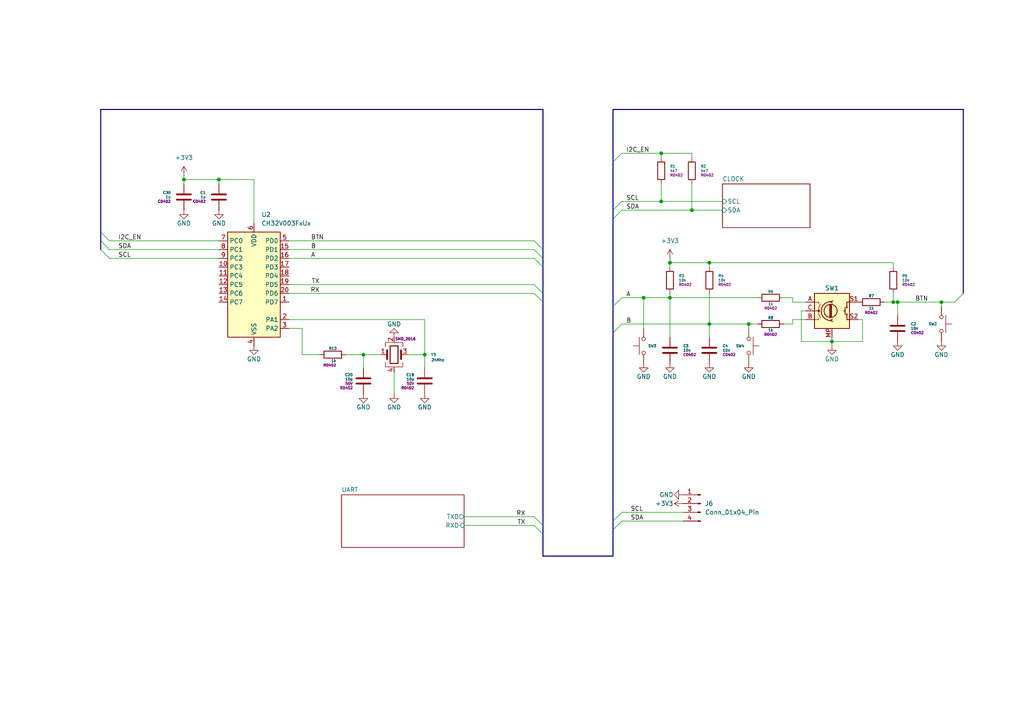
<source format=kicad_sch>
(kicad_sch (version 20250114) (generator "eeschema") (generator_version "9.0")
  (paper "A4")
  (lib_symbols
    (symbol "Connector:Conn_01x04_Pin" (pin_names (offset 1.016) (hide yes))
      (property "Reference" "J" (at 0 5.08 0))
      (property "Value" "Conn_01x04_Pin" (at 0 -7.62 0))
      (symbol "Conn_01x04_Pin_1_1"
        (rectangle (start 0.8636 2.667) (end 0 2.413) (stroke (width 0.1524)) (fill (type outline)))
        (rectangle (start 0.8636 0.127) (end 0 -0.127) (stroke (width 0.1524)) (fill (type outline)))
        (rectangle (start 0.8636 -2.413) (end 0 -2.667) (stroke (width 0.1524)) (fill (type outline)))
        (rectangle (start 0.8636 -4.953) (end 0 -5.207) (stroke (width 0.1524)) (fill (type outline)))
        (polyline (pts (xy 1.27 2.54) (xy 0.8636 2.54)) (stroke (width 0.1524)))
        (polyline (pts (xy 1.27 0) (xy 0.8636 0)) (stroke (width 0.1524)))
        (polyline (pts (xy 1.27 -2.54) (xy 0.8636 -2.54)) (stroke (width 0.1524)))
        (polyline (pts (xy 1.27 -5.08) (xy 0.8636 -5.08)) (stroke (width 0.1524)))
        (pin passive line (at 5.08 2.54 180) (length 3.81) (name "Pin_1") (number "1"))
        (pin passive line (at 5.08 0 180) (length 3.81) (name "Pin_2") (number "2"))
        (pin passive line (at 5.08 -2.54 180) (length 3.81) (name "Pin_3") (number "3"))
        (pin passive line (at 5.08 -5.08 180) (length 3.81) (name "Pin_4") (number "4"))
      )
    )
    (symbol "Device:C" (pin_numbers (hide yes)) (pin_names (offset 0.254))
      (property "Reference" "C" (at 0.635 2.54 0))
      (property "Value" "C" (at 0.635 -2.54 0))
      (symbol "C_0_1"
        (polyline (pts (xy -2.032 0.762) (xy 2.032 0.762)) (stroke (width 0.508)))
        (polyline (pts (xy -2.032 -0.762) (xy 2.032 -0.762)) (stroke (width 0.508)))
      )
      (symbol "C_1_1"
        (pin passive line (at 0 3.81 270) (length 2.794) (name "~") (number "1"))
        (pin passive line (at 0 -3.81 90) (length 2.794) (name "~") (number "2"))
      )
    )
    (symbol "Device:Crystal_GND24" (pin_names (offset 1.016) (hide yes))
      (property "Reference" "Y" (at 3.175 5.08 0))
      (property "Value" "Crystal_GND24" (at 3.175 3.175 0))
      (symbol "Crystal_GND24_0_1"
        (polyline (pts (xy -2.54 2.286) (xy -2.54 3.556) (xy 2.54 3.556) (xy 2.54 2.286)))
        (polyline (pts (xy -2.54 0) (xy -2.032 0)))
        (polyline (pts (xy -2.54 -2.286) (xy -2.54 -3.556) (xy 2.54 -3.556) (xy 2.54 -2.286)))
        (polyline (pts (xy -2.032 -1.27) (xy -2.032 1.27)) (stroke (width 0.508)))
        (rectangle (start -1.143 2.54) (end 1.143 -2.54) (stroke (width 0.3048)))
        (polyline (pts (xy 0 3.556) (xy 0 3.81)))
        (polyline (pts (xy 0 -3.81) (xy 0 -3.556)))
        (polyline (pts (xy 2.032 0) (xy 2.54 0)))
        (polyline (pts (xy 2.032 -1.27) (xy 2.032 1.27)) (stroke (width 0.508)))
      )
      (symbol "Crystal_GND24_1_1"
        (pin passive line (at -3.81 0 0) (length 1.27) (name "1") (number "1"))
        (pin passive line (at 0 5.08 270) (length 1.27) (name "2") (number "2"))
        (pin passive line (at 0 -5.08 90) (length 1.27) (name "4") (number "4"))
        (pin passive line (at 3.81 0 180) (length 1.27) (name "3") (number "3"))
      )
    )
    (symbol "Device:R" (pin_numbers (hide yes)) (pin_names (offset 0))
      (property "Reference" "R" (at 2.032 0 90))
      (property "Value" "R" (at 0 0 90))
      (symbol "R_0_1"
        (rectangle (start -1.016 -2.54) (end 1.016 2.54) (stroke (width 0.254)))
      )
      (symbol "R_1_1"
        (pin passive line (at 0 3.81 270) (length 1.27) (name "~") (number "1"))
        (pin passive line (at 0 -3.81 90) (length 1.27) (name "~") (number "2"))
      )
    )
    (symbol "Device:RotaryEncoder_Switch_MP" (pin_names (offset 0.254) (hide yes))
      (property "Reference" "SW" (at 0 8.89 0))
      (property "Value" "RotaryEncoder_Switch_MP" (at 0 6.35 0))
      (symbol "RotaryEncoder_Switch_MP_0_1"
        (rectangle (start -5.08 5.08) (end 5.08 -5.08) (stroke (width 0.254)) (fill (type background)))
        (polyline (pts (xy -5.08 2.54) (xy -3.81 2.54) (xy -3.81 2.032)))
        (polyline (pts (xy -5.08 0) (xy -3.81 0) (xy -3.81 -1.016) (xy -3.302 -2.032)))
        (polyline (pts (xy -5.08 -2.54) (xy -3.81 -2.54) (xy -3.81 -2.032)))
        (polyline (pts (xy -4.318 0) (xy -3.81 0) (xy -3.81 1.016) (xy -3.302 2.032)))
        (circle (center -3.81 0) (radius 0.254) (fill (type outline)))
        (polyline (pts (xy -0.635 -1.778) (xy -0.635 1.778)) (stroke (width 0.254)))
        (circle (center -0.381 0) (radius 1.905) (stroke (width 0.254)))
        (polyline (pts (xy -0.381 -1.778) (xy -0.381 1.778)) (stroke (width 0.254)))
        (arc (start -0.381 -2.794) (mid -3.0988 -0.0635) (end -0.381 2.667) (stroke (width 0.254)))
        (polyline (pts (xy -0.127 1.778) (xy -0.127 -1.778)) (stroke (width 0.254)))
        (polyline (pts (xy 0.254 2.921) (xy -0.508 2.667) (xy 0.127 2.286)) (stroke (width 0.254)))
        (polyline (pts (xy 0.254 -3.048) (xy -0.508 -2.794) (xy 0.127 -2.413)) (stroke (width 0.254)))
        (polyline (pts (xy 3.81 1.016) (xy 3.81 -1.016)) (stroke (width 0.254)))
        (polyline (pts (xy 3.81 0) (xy 3.429 0)) (stroke (width 0.254)))
        (circle (center 4.318 1.016) (radius 0.127) (stroke (width 0.254)))
        (circle (center 4.318 -1.016) (radius 0.127) (stroke (width 0.254)))
        (polyline (pts (xy 5.08 2.54) (xy 4.318 2.54) (xy 4.318 1.016)) (stroke (width 0.254)))
        (polyline (pts (xy 5.08 -2.54) (xy 4.318 -2.54) (xy 4.318 -1.016)) (stroke (width 0.254)))
      )
      (symbol "RotaryEncoder_Switch_MP_1_1"
        (pin passive line (at -7.62 2.54 0) (length 2.54) (name "A") (number "A"))
        (pin passive line (at -7.62 0 0) (length 2.54) (name "C") (number "C"))
        (pin passive line (at -7.62 -2.54 0) (length 2.54) (name "B") (number "B"))
        (pin passive line (at 0 -7.62 90) (length 2.54) (name "MP") (number "MP"))
        (pin passive line (at 7.62 2.54 180) (length 2.54) (name "S1") (number "S1"))
        (pin passive line (at 7.62 -2.54 180) (length 2.54) (name "S2") (number "S2"))
      )
    )
    (symbol "MCU_WCH_CH32V0:CH32V003FxUx"
      (property "Reference" "U" (at -7.62 17.78 0))
      (property "Value" "CH32V003FxUx" (at 7.62 17.78 0))
      (symbol "CH32V003FxUx_1_1"
        (rectangle (start -7.62 15.24) (end 7.62 -15.24) (stroke (width 0.254)) (fill (type background)))
        (pin bidirectional line (at -10.16 12.7 0) (length 2.54) (name "PC0") (number "7"))
        (pin bidirectional line (at -10.16 10.16 0) (length 2.54) (name "PC1") (number "8"))
        (pin bidirectional line (at -10.16 7.62 0) (length 2.54) (name "PC2") (number "9"))
        (pin bidirectional line (at -10.16 5.08 0) (length 2.54) (name "PC3") (number "10"))
        (pin bidirectional line (at -10.16 2.54 0) (length 2.54) (name "PC4") (number "11"))
        (pin bidirectional line (at -10.16 0 0) (length 2.54) (name "PC5") (number "12"))
        (pin bidirectional line (at -10.16 -2.54 0) (length 2.54) (name "PC6") (number "13"))
        (pin bidirectional line (at -10.16 -5.08 0) (length 2.54) (name "PC7") (number "14"))
        (pin power_in line (at 0 17.78 270) (length 2.54) (name "VDD") (number "6"))
        (pin passive line (at 0 -17.78 90) (length 2.54) (hide yes) (name "VSS") (number "21"))
        (pin power_in line (at 0 -17.78 90) (length 2.54) (name "VSS") (number "4"))
        (pin bidirectional line (at 10.16 12.7 180) (length 2.54) (name "PD0") (number "5"))
        (pin bidirectional line (at 10.16 10.16 180) (length 2.54) (name "PD1") (number "15"))
        (pin bidirectional line (at 10.16 7.62 180) (length 2.54) (name "PD2") (number "16"))
        (pin bidirectional line (at 10.16 5.08 180) (length 2.54) (name "PD3") (number "17"))
        (pin bidirectional line (at 10.16 2.54 180) (length 2.54) (name "PD4") (number "18"))
        (pin bidirectional line (at 10.16 0 180) (length 2.54) (name "PD5") (number "19"))
        (pin bidirectional line (at 10.16 -2.54 180) (length 2.54) (name "PD6") (number "20"))
        (pin bidirectional line (at 10.16 -5.08 180) (length 2.54) (name "PD7") (number "1"))
        (pin bidirectional line (at 10.16 -10.16 180) (length 2.54) (name "PA1") (number "2"))
        (pin bidirectional line (at 10.16 -12.7 180) (length 2.54) (name "PA2") (number "3"))
      )
    )
    (symbol "Switch:SW_Push" (pin_numbers (hide yes)) (pin_names (offset 1.016) (hide yes))
      (property "Reference" "SW" (at 1.27 2.54 0))
      (property "Value" "SW_Push" (at 0 -1.524 0))
      (symbol "SW_Push_0_1"
        (circle (center -2.032 0) (radius 0.508))
        (polyline (pts (xy 0 1.27) (xy 0 3.048)))
        (circle (center 2.032 0) (radius 0.508))
        (polyline (pts (xy 2.54 1.27) (xy -2.54 1.27)))
        (pin passive line (at -5.08 0 0) (length 2.54) (name "1") (number "1"))
        (pin passive line (at 5.08 0 180) (length 2.54) (name "2") (number "2"))
      )
    )
    (symbol "power:+3V3" (power) (pin_numbers (hide yes)) (pin_names (offset 0) (hide yes))
      (property "Value" "+3V3" (at 0 3.556 0))
      (symbol "+3V3_0_1"
        (polyline (pts (xy -0.762 1.27) (xy 0 2.54)))
        (polyline (pts (xy 0 2.54) (xy 0.762 1.27)))
        (polyline (pts (xy 0 0) (xy 0 2.54)))
      )
      (symbol "+3V3_1_1"
        (pin power_in line (at 0 0 90) (length 0) (name "~") (number "1"))
      )
    )
    (symbol "power:GND" (power) (pin_numbers (hide yes)) (pin_names (offset 0) (hide yes))
      (property "Value" "GND" (at 0 -3.81 0))
      (symbol "GND_0_1"
        (polyline (pts (xy 0 0) (xy 0 -1.27) (xy 1.27 -1.27) (xy 0 -2.54) (xy -1.27 -1.27) (xy 0 -1.27)))
      )
      (symbol "GND_1_1"
        (pin power_in line (at 0 0 270) (length 0) (name "~") (number "1"))
      )
    )
  )
  (junction (at 273.05 87.63))
  (junction (at 53.34 52.07))
  (junction (at 205.74 93.98))
  (junction (at 241.3 99.06))
  (junction (at 260.35 87.63))
  (junction (at 123.19 102.87))
  (junction (at 191.77 58.42))
  (junction (at 194.31 86.36))
  (junction (at 200.66 60.96))
  (junction (at 259.08 87.63))
  (junction (at 205.74 76.2))
  (junction (at 105.41 102.87))
  (junction (at 191.77 44.45))
  (junction (at 186.69 86.36))
  (junction (at 63.5 52.07))
  (junction (at 194.31 76.2))
  (junction (at 217.17 93.98))
  (bus_entry (at 177.8 153.67) (size 2.54 -2.54))
  (bus_entry (at 154.94 85.09) (size 2.54 2.54))
  (bus_entry (at 154.94 152.4) (size 2.54 2.54))
  (bus_entry (at 154.94 74.93) (size 2.54 2.54))
  (bus_entry (at 31.75 69.85) (size -2.54 -2.54))
  (bus_entry (at 154.94 82.55) (size 2.54 2.54))
  (bus_entry (at 177.8 88.9) (size 2.54 -2.54))
  (bus_entry (at 177.8 46.99) (size 2.54 -2.54))
  (bus_entry (at 154.94 72.39) (size 2.54 2.54))
  (bus_entry (at 154.94 149.86) (size 2.54 2.54))
  (bus_entry (at 177.8 63.5) (size 2.54 -2.54))
  (bus_entry (at 177.8 96.52) (size 2.54 -2.54))
  (bus_entry (at 31.75 72.39) (size -2.54 -2.54))
  (bus_entry (at 31.75 74.93) (size -2.54 -2.54))
  (bus_entry (at 154.94 69.85) (size 2.54 2.54))
  (bus_entry (at 177.8 60.96) (size 2.54 -2.54))
  (bus_entry (at 177.8 151.13) (size 2.54 -2.54))
  (bus_entry (at 279.4 85.09) (size -2.54 2.54))
  (wire (pts (xy 227.33 93.98) (xy 229.87 93.98)))
  (wire (pts (xy 123.19 102.87) (xy 123.19 106.68)))
  (wire (pts (xy 260.35 87.63) (xy 273.05 87.63)))
  (wire (pts (xy 180.34 60.96) (xy 200.66 60.96)))
  (wire (pts (xy 233.68 90.17) (xy 232.41 90.17)))
  (wire (pts (xy 200.66 53.34) (xy 200.66 60.96)))
  (wire (pts (xy 229.87 87.63) (xy 233.68 87.63)))
  (bus (pts (xy 157.48 31.75) (xy 29.21 31.75)))
  (wire (pts (xy 250.19 92.71) (xy 250.19 99.06)))
  (wire (pts (xy 232.41 99.06) (xy 241.3 99.06)))
  (wire (pts (xy 194.31 86.36) (xy 194.31 97.79)))
  (wire (pts (xy 229.87 92.71) (xy 233.68 92.71)))
  (wire (pts (xy 256.54 87.63) (xy 259.08 87.63)))
  (wire (pts (xy 105.41 102.87) (xy 100.33 102.87)))
  (wire (pts (xy 191.77 44.45) (xy 191.77 45.72)))
  (bus (pts (xy 177.8 153.67) (xy 177.8 161.29)))
  (wire (pts (xy 194.31 85.09) (xy 194.31 86.36)))
  (wire (pts (xy 248.92 92.71) (xy 250.19 92.71)))
  (wire (pts (xy 63.5 52.07) (xy 53.34 52.07)))
  (bus (pts (xy 157.48 87.63) (xy 157.48 152.4)))
  (wire (pts (xy 83.82 92.71) (xy 123.19 92.71)))
  (wire (pts (xy 250.19 99.06) (xy 241.3 99.06)))
  (bus (pts (xy 157.48 72.39) (xy 157.48 74.93)))
  (wire (pts (xy 232.41 90.17) (xy 232.41 99.06)))
  (wire (pts (xy 200.66 45.72) (xy 200.66 44.45)))
  (wire (pts (xy 194.31 76.2) (xy 205.74 76.2)))
  (wire (pts (xy 63.5 52.07) (xy 63.5 53.34)))
  (wire (pts (xy 154.94 149.86) (xy 134.62 149.86)))
  (bus (pts (xy 157.48 77.47) (xy 157.48 85.09)))
  (wire (pts (xy 260.35 87.63) (xy 260.35 91.44)))
  (bus (pts (xy 177.8 88.9) (xy 177.8 96.52)))
  (wire (pts (xy 259.08 76.2) (xy 259.08 77.47)))
  (wire (pts (xy 63.5 52.07) (xy 73.66 52.07)))
  (bus (pts (xy 177.8 31.75) (xy 279.4 31.75)))
  (wire (pts (xy 154.94 152.4) (xy 134.62 152.4)))
  (wire (pts (xy 31.75 72.39) (xy 63.5 72.39)))
  (wire (pts (xy 186.69 86.36) (xy 194.31 86.36)))
  (wire (pts (xy 154.94 82.55) (xy 83.82 82.55)))
  (wire (pts (xy 194.31 77.47) (xy 194.31 76.2)))
  (wire (pts (xy 123.19 92.71) (xy 123.19 102.87)))
  (wire (pts (xy 205.74 76.2) (xy 205.74 77.47)))
  (wire (pts (xy 105.41 102.87) (xy 110.49 102.87)))
  (wire (pts (xy 31.75 69.85) (xy 63.5 69.85)))
  (wire (pts (xy 186.69 86.36) (xy 186.69 95.25)))
  (wire (pts (xy 180.34 44.45) (xy 191.77 44.45)))
  (wire (pts (xy 83.82 95.25) (xy 87.63 95.25)))
  (wire (pts (xy 273.05 87.63) (xy 276.86 87.63)))
  (wire (pts (xy 200.66 60.96) (xy 209.55 60.96)))
  (wire (pts (xy 114.3 114.3) (xy 114.3 107.95)))
  (wire (pts (xy 241.3 99.06) (xy 241.3 97.79)))
  (bus (pts (xy 177.8 63.5) (xy 177.8 88.9)))
  (bus (pts (xy 157.48 154.94) (xy 157.48 161.29)))
  (wire (pts (xy 87.63 102.87) (xy 92.71 102.87)))
  (wire (pts (xy 180.34 151.13) (xy 198.12 151.13)))
  (wire (pts (xy 180.34 86.36) (xy 186.69 86.36)))
  (wire (pts (xy 180.34 58.42) (xy 191.77 58.42)))
  (bus (pts (xy 29.21 67.31) (xy 29.21 69.85)))
  (wire (pts (xy 83.82 74.93) (xy 154.94 74.93)))
  (bus (pts (xy 177.8 46.99) (xy 177.8 31.75)))
  (wire (pts (xy 205.74 85.09) (xy 205.74 93.98)))
  (bus (pts (xy 157.48 152.4) (xy 157.48 154.94)))
  (wire (pts (xy 227.33 86.36) (xy 229.87 86.36)))
  (bus (pts (xy 279.4 31.75) (xy 279.4 85.09)))
  (wire (pts (xy 191.77 53.34) (xy 191.77 58.42)))
  (wire (pts (xy 154.94 85.09) (xy 83.82 85.09)))
  (wire (pts (xy 205.74 93.98) (xy 217.17 93.98)))
  (wire (pts (xy 123.19 102.87) (xy 118.11 102.87)))
  (bus (pts (xy 177.8 46.99) (xy 177.8 60.96)))
  (wire (pts (xy 53.34 50.8) (xy 53.34 52.07)))
  (bus (pts (xy 177.8 96.52) (xy 177.8 151.13)))
  (bus (pts (xy 157.48 74.93) (xy 157.48 77.47)))
  (wire (pts (xy 259.08 85.09) (xy 259.08 87.63)))
  (wire (pts (xy 273.05 87.63) (xy 273.05 88.9)))
  (wire (pts (xy 200.66 44.45) (xy 191.77 44.45)))
  (bus (pts (xy 177.8 60.96) (xy 177.8 63.5)))
  (bus (pts (xy 177.8 151.13) (xy 177.8 153.67)))
  (wire (pts (xy 31.75 74.93) (xy 63.5 74.93)))
  (bus (pts (xy 157.48 31.75) (xy 157.48 72.39)))
  (wire (pts (xy 83.82 69.85) (xy 154.94 69.85)))
  (wire (pts (xy 73.66 64.77) (xy 73.66 52.07)))
  (wire (pts (xy 180.34 93.98) (xy 205.74 93.98)))
  (bus (pts (xy 29.21 31.75) (xy 29.21 67.31)))
  (wire (pts (xy 180.34 148.59) (xy 198.12 148.59)))
  (wire (pts (xy 259.08 87.63) (xy 260.35 87.63)))
  (wire (pts (xy 53.34 53.34) (xy 53.34 52.07)))
  (wire (pts (xy 87.63 95.25) (xy 87.63 102.87)))
  (bus (pts (xy 29.21 69.85) (xy 29.21 72.39)))
  (wire (pts (xy 229.87 93.98) (xy 229.87 92.71)))
  (wire (pts (xy 217.17 93.98) (xy 217.17 95.25)))
  (wire (pts (xy 194.31 86.36) (xy 219.71 86.36)))
  (wire (pts (xy 205.74 76.2) (xy 259.08 76.2)))
  (wire (pts (xy 205.74 93.98) (xy 205.74 97.79)))
  (bus (pts (xy 177.8 161.29) (xy 157.48 161.29)))
  (wire (pts (xy 217.17 93.98) (xy 219.71 93.98)))
  (wire (pts (xy 194.31 74.93) (xy 194.31 76.2)))
  (wire (pts (xy 83.82 72.39) (xy 154.94 72.39)))
  (wire (pts (xy 191.77 58.42) (xy 209.55 58.42)))
  (wire (pts (xy 229.87 86.36) (xy 229.87 87.63)))
  (wire (pts (xy 105.41 102.87) (xy 105.41 106.68)))
  (wire (pts (xy 241.3 100.33) (xy 241.3 99.06)))
  (bus (pts (xy 157.48 85.09) (xy 157.48 87.63)))
  (label "RX" (at 92.71 85.09 180))
  (label "TX" (at 92.71 82.55 180))
  (label "SCL" (at 181.61 58.42 0))
  (label "SCL" (at 34.29 74.93 0))
  (label "I2C_EN" (at 34.29 69.85 0))
  (label "BTN" (at 265.43 87.63 0))
  (label "I2C_EN" (at 181.61 44.45 0))
  (label "SDA" (at 34.29 72.39 0))
  (label "A" (at 90.17 74.93 0))
  (label "RX" (at 152.4 149.86 180))
  (label "SDA" (at 181.61 60.96 0))
  (label "SCL" (at 182.88 148.59 0))
  (label "B" (at 181.61 93.98 0))
  (label "A" (at 181.61 86.36 0))
  (label "BTN" (at 90.17 69.85 0))
  (label "SDA" (at 182.88 151.13 0))
  (label "B" (at 90.17 72.39 0))
  (label "TX" (at 152.4 152.4 180))
  (symbol (lib_id "Connector:Conn_01x04_Pin") (at 203.2 146.05 0) (mirror y) (unit 1)
    (property "Reference" "J6" (at 204.47 146.0499 0) (effects (justify right)))
    (property "Value" "Conn_01x04_Pin" (at 204.47 148.5899 0) (effects (justify right)))
    (property "Footprint" "Connector_PinHeader_2.54mm:PinHeader_1x04_P2.54mm_Vertical" (effects (hide yes)))
    (property "Description" "Generic connector, single row, 01x04, script generated" (effects (hide yes)))
  )
  (symbol (lib_id "power:GND") (at 273.05 99.06 0) (unit 1)
    (property "Reference" "#PWR06" (effects (hide yes)))
    (property "Value" "GND" (at 273.05 102.87 0))
    (property "Description" "Power symbol creates a global label with name \"GND\" , ground" (effects (hide yes)))
  )
  (symbol (lib_id "Switch:SW_Push") (at 217.17 100.33 270) (mirror x) (unit 1)
    (property "Reference" "SW4" (at 215.9 100.33 90) (effects (font (size 0.762 0.762)) (justify right)))
    (property "Value" "SW_Push" (effects (hide yes)))
    (property "Footprint" "Button_Switch_SMD:SW_Push_SPST_NO_Alps_SKRK" (effects (hide yes)))
  )
  (symbol (lib_id "Switch:SW_Push") (at 273.05 93.98 270) (mirror x) (unit 1)
    (property "Reference" "SW2" (at 271.78 93.98 90) (effects (font (size 0.762 0.762)) (justify right)))
    (property "Value" "SW_Push" (effects (hide yes)))
    (property "Footprint" "Button_Switch_SMD:SW_Push_SPST_NO_Alps_SKRK" (effects (hide yes)))
  )
  (symbol (lib_id "Device:R") (at 194.31 81.28 0) (unit 1)
    (property "Reference" "R3" (at 196.85 80.01 0) (effects (font (size 0.762 0.762)) (justify left)))
    (property "Value" "10k" (at 196.85 81.28 0) (effects (font (size 0.762 0.762)) (justify left)))
    (property "Footprint" "Resistor_SMD:R_0402_1005Metric" (effects (hide yes)))
    (property "Description" "Resistor" (effects (hide yes)))
    (property "Field5" "R0402" (at 196.85 82.55 0) (effects (font (size 0.762 0.762)) (justify left)))
  )
  (symbol (lib_id "Device:C") (at 260.35 95.25 0) (unit 1)
    (property "Reference" "C2" (at 264.16 93.98 0) (effects (font (size 0.762 0.762)) (justify left)))
    (property "Value" "10n" (at 264.16 95.25 0) (effects (font (size 0.762 0.762)) (justify left)))
    (property "Footprint" "Capacitor_SMD:C_0402_1005Metric" (effects (hide yes)))
    (property "Description" "Unpolarized capacitor" (effects (hide yes)))
    (property "Field5" "C0402" (at 264.16 96.52 0) (effects (font (size 0.762 0.762)) (justify left)))
  )
  (symbol (lib_id "power:GND") (at 114.3 114.3 0) (unit 1)
    (property "Reference" "#PWR046" (effects (hide yes)))
    (property "Value" "GND" (at 114.3 118.11 0))
  )
  (symbol (lib_id "power:GND") (at 105.41 114.3 0) (unit 1)
    (property "Reference" "#PWR047" (effects (hide yes)))
    (property "Value" "GND" (at 105.41 118.11 0))
  )
  (symbol (lib_id "power:GND") (at 241.3 100.33 0) (unit 1)
    (property "Reference" "#PWR07" (effects (hide yes)))
    (property "Value" "GND" (at 241.3 104.14 0))
    (property "Description" "Power symbol creates a global label with name \"GND\" , ground" (effects (hide yes)))
  )
  (symbol (lib_id "power:GND") (at 53.34 60.96 0) (mirror y) (unit 1)
    (property "Reference" "#PWR074" (effects (hide yes)))
    (property "Value" "GND" (at 53.34 64.77 0))
    (property "Description" "Power symbol creates a global label with name \"GND\" , ground" (effects (hide yes)))
  )
  (symbol (lib_id "power:GND") (at 123.19 114.3 0) (unit 1)
    (property "Reference" "#PWR044" (effects (hide yes)))
    (property "Value" "GND" (at 123.19 118.11 0))
  )
  (symbol (lib_id "Device:R") (at 252.73 87.63 90) (unit 1)
    (property "Reference" "R7" (at 252.73 85.852 90) (effects (font (size 0.762 0.762))))
    (property "Value" "1k" (at 252.73 89.408 90) (effects (font (size 0.762 0.762))))
    (property "Footprint" "Resistor_SMD:R_0402_1005Metric" (effects (hide yes)))
    (property "Description" "Resistor" (effects (hide yes)))
    (property "Field5" "R0402" (at 252.73 90.678 90) (effects (font (size 0.762 0.762))))
  )
  (symbol (lib_id "Device:R") (at 96.52 102.87 270) (mirror x) (unit 1)
    (property "Reference" "R13" (at 96.52 101.092 90) (effects (font (size 0.762 0.762))))
    (property "Value" "1k" (at 97.536 104.648 90) (effects (font (size 0.762 0.762)) (justify right)))
    (property "Footprint" "Resistor_SMD:R_0402_1005Metric" (effects (hide yes)))
    (property "Description" "Resistor" (effects (hide yes)))
    (property "Field5" "R0402" (at 97.536 105.918 90) (effects (font (size 0.762 0.762)) (justify right)))
  )
  (symbol (lib_id "Device:R") (at 259.08 81.28 0) (unit 1)
    (property "Reference" "R5" (at 261.62 80.01 0) (effects (font (size 0.762 0.762)) (justify left)))
    (property "Value" "10k" (at 261.62 81.28 0) (effects (font (size 0.762 0.762)) (justify left)))
    (property "Footprint" "Resistor_SMD:R_0402_1005Metric" (effects (hide yes)))
    (property "Description" "Resistor" (effects (hide yes)))
    (property "Field5" "R0402" (at 261.62 82.55 0) (effects (font (size 0.762 0.762)) (justify left)))
  )
  (symbol (lib_id "MCU_WCH_CH32V0:CH32V003FxUx") (at 73.66 82.55 0) (unit 1)
    (property "Reference" "U2" (at 75.8033 62.23 0) (effects (justify left)))
    (property "Value" "CH32V003FxUx" (at 75.8033 64.77 0) (effects (justify left)))
    (property "Footprint" "Package_DFN_QFN:QFN-20-1EP_3x3mm_P0.4mm_EP1.65x1.65mm" (effects (hide yes)))
    (property "Datasheet" "https://www.wch-ic.com/products/CH32V003.html" (effects (hide yes)))
    (property "Description" "CH32V003 series are industrial-grade general-purpose microcontrollers designed based on 32-bit RISC-V instruction set and architecture. It adopts QingKe V2A core, RV32EC instruction set, and supports 2 levels of interrupt nesting. The series are mounted with rich peripheral interfaces and function modules. Its internal organizational structure meets the low-cost and low-power embedded application scenarios." (effects (hide yes)))
  )
  (symbol (lib_id "power:GND") (at 63.5 60.96 0) (mirror y) (unit 1)
    (property "Reference" "#PWR02" (effects (hide yes)))
    (property "Value" "GND" (at 63.5 64.77 0))
    (property "Description" "Power symbol creates a global label with name \"GND\" , ground" (effects (hide yes)))
  )
  (symbol (lib_id "power:GND") (at 260.35 99.06 0) (unit 1)
    (property "Reference" "#PWR05" (effects (hide yes)))
    (property "Value" "GND" (at 260.35 102.87 0))
    (property "Description" "Power symbol creates a global label with name \"GND\" , ground" (effects (hide yes)))
  )
  (symbol (lib_id "power:GND") (at 205.74 105.41 0) (unit 1)
    (property "Reference" "#PWR010" (effects (hide yes)))
    (property "Value" "GND" (at 205.74 109.22 0))
    (property "Description" "Power symbol creates a global label with name \"GND\" , ground" (effects (hide yes)))
  )
  (symbol (lib_id "power:GND") (at 217.17 105.41 0) (unit 1)
    (property "Reference" "#PWR011" (effects (hide yes)))
    (property "Value" "GND" (at 217.17 109.22 0))
    (property "Description" "Power symbol creates a global label with name \"GND\" , ground" (effects (hide yes)))
  )
  (symbol (lib_id "Device:C") (at 63.5 57.15 0) (mirror y) (unit 1)
    (property "Reference" "C1" (at 59.69 55.88 0) (effects (font (size 0.762 0.762)) (justify left)))
    (property "Value" "1u" (at 59.69 57.15 0) (effects (font (size 0.762 0.762)) (justify left)))
    (property "Footprint" "Capacitor_SMD:C_0402_1005Metric" (effects (hide yes)))
    (property "Description" "Unpolarized capacitor" (effects (hide yes)))
    (property "Field5" "C0402" (at 59.69 58.42 0) (effects (font (size 0.762 0.762)) (justify left)))
  )
  (symbol (lib_id "power:+3V3") (at 198.12 146.05 90) (mirror x) (unit 1)
    (property "Reference" "#PWR013" (effects (hide yes)))
    (property "Value" "+3V3" (at 195.326 146.05 90) (effects (justify left)))
  )
  (symbol (lib_id "power:GND") (at 186.69 105.41 0) (mirror y) (unit 1)
    (property "Reference" "#PWR08" (effects (hide yes)))
    (property "Value" "GND" (at 186.69 109.22 0))
    (property "Description" "Power symbol creates a global label with name \"GND\" , ground" (effects (hide yes)))
  )
  (symbol (lib_id "Device:R") (at 223.52 93.98 90) (unit 1)
    (property "Reference" "R8" (at 223.52 92.202 90) (effects (font (size 0.762 0.762))))
    (property "Value" "1k" (at 223.52 95.758 90) (effects (font (size 0.762 0.762))))
    (property "Footprint" "Resistor_SMD:R_0402_1005Metric" (effects (hide yes)))
    (property "Description" "Resistor" (effects (hide yes)))
    (property "Field5" "R0402" (at 223.52 97.028 90) (effects (font (size 0.762 0.762))))
  )
  (symbol (lib_id "Device:C") (at 123.19 110.49 0) (mirror y) (unit 1)
    (property "Reference" "C19" (at 120.142 108.712 0) (effects (font (size 0.762 0.762)) (justify left)))
    (property "Value" "10p" (at 120.142 109.982 0) (effects (font (size 0.762 0.762)) (justify left)))
    (property "Footprint" "Capacitor_SMD:C_0402_1005Metric" (effects (hide yes)))
    (property "Description" "Unpolarized capacitor" (effects (hide yes)))
    (property "Field5" "R0402" (at 120.142 112.522 0) (effects (font (size 0.762 0.762)) (justify left)))
    (property "Field6" "50V" (at 120.142 111.252 0) (effects (font (size 0.762 0.762)) (justify left)))
  )
  (symbol (lib_id "power:GND") (at 198.12 143.51 270) (mirror x) (unit 1)
    (property "Reference" "#PWR012" (effects (hide yes)))
    (property "Value" "GND" (at 193.294 143.51 90))
  )
  (symbol (lib_id "Switch:SW_Push") (at 186.69 100.33 90) (unit 1)
    (property "Reference" "SW3" (at 187.96 100.33 90) (effects (font (size 0.762 0.762)) (justify right)))
    (property "Value" "SW_Push" (effects (hide yes)))
    (property "Footprint" "Button_Switch_SMD:SW_Push_SPST_NO_Alps_SKRK" (effects (hide yes)))
  )
  (symbol (lib_id "power:GND") (at 73.66 100.33 0) (unit 1)
    (property "Reference" "#PWR03" (effects (hide yes)))
    (property "Value" "GND" (at 73.66 104.14 0))
    (property "Description" "Power symbol creates a global label with name \"GND\" , ground" (effects (hide yes)))
  )
  (symbol (lib_id "power:GND") (at 194.31 105.41 0) (unit 1)
    (property "Reference" "#PWR09" (effects (hide yes)))
    (property "Value" "GND" (at 194.31 109.22 0))
    (property "Description" "Power symbol creates a global label with name \"GND\" , ground" (effects (hide yes)))
  )
  (symbol (lib_id "Device:R") (at 200.66 49.53 0) (unit 1)
    (property "Reference" "R2" (at 203.2 48.26 0) (effects (font (size 0.762 0.762)) (justify left)))
    (property "Value" "4k7" (at 203.2 49.53 0) (effects (font (size 0.762 0.762)) (justify left)))
    (property "Footprint" "Resistor_SMD:R_0402_1005Metric" (effects (hide yes)))
    (property "Description" "Resistor" (effects (hide yes)))
    (property "Field5" "R0402" (at 203.2 50.8 0) (effects (font (size 0.762 0.762)) (justify left)))
  )
  (symbol (lib_id "Device:C") (at 194.31 101.6 0) (unit 1)
    (property "Reference" "C3" (at 198.12 100.33 0) (effects (font (size 0.762 0.762)) (justify left)))
    (property "Value" "10n" (at 198.12 101.6 0) (effects (font (size 0.762 0.762)) (justify left)))
    (property "Footprint" "Capacitor_SMD:C_0402_1005Metric" (effects (hide yes)))
    (property "Description" "Unpolarized capacitor" (effects (hide yes)))
    (property "Field5" "C0402" (at 198.12 102.87 0) (effects (font (size 0.762 0.762)) (justify left)))
  )
  (symbol (lib_id "Device:R") (at 205.74 81.28 0) (unit 1)
    (property "Reference" "R4" (at 208.28 80.01 0) (effects (font (size 0.762 0.762)) (justify left)))
    (property "Value" "10k" (at 208.28 81.28 0) (effects (font (size 0.762 0.762)) (justify left)))
    (property "Footprint" "Resistor_SMD:R_0402_1005Metric" (effects (hide yes)))
    (property "Description" "Resistor" (effects (hide yes)))
    (property "Field5" "R0402" (at 208.28 82.55 0) (effects (font (size 0.762 0.762)) (justify left)))
  )
  (symbol (lib_id "Device:C") (at 205.74 101.6 0) (unit 1)
    (property "Reference" "C4" (at 209.55 100.33 0) (effects (font (size 0.762 0.762)) (justify left)))
    (property "Value" "10n" (at 209.55 101.6 0) (effects (font (size 0.762 0.762)) (justify left)))
    (property "Footprint" "Capacitor_SMD:C_0402_1005Metric" (effects (hide yes)))
    (property "Description" "Unpolarized capacitor" (effects (hide yes)))
    (property "Field5" "C0402" (at 209.55 102.87 0) (effects (font (size 0.762 0.762)) (justify left)))
  )
  (symbol (lib_id "Device:R") (at 191.77 49.53 0) (unit 1)
    (property "Reference" "R1" (at 194.31 48.26 0) (effects (font (size 0.762 0.762)) (justify left)))
    (property "Value" "4k7" (at 194.31 49.53 0) (effects (font (size 0.762 0.762)) (justify left)))
    (property "Footprint" "Resistor_SMD:R_0402_1005Metric" (effects (hide yes)))
    (property "Description" "Resistor" (effects (hide yes)))
    (property "Field5" "R0402" (at 194.31 50.8 0) (effects (font (size 0.762 0.762)) (justify left)))
  )
  (symbol (lib_id "Device:RotaryEncoder_Switch_MP") (at 241.3 90.17 0) (unit 1)
    (property "Reference" "SW1" (at 241.3 83.566 0))
    (property "Value" "RotaryEncoder_Switch_MP" (effects (hide yes)))
    (property "Footprint" "PrjLib:EC11_SMD" (effects (hide yes)))
    (property "Description" "Rotary encoder, dual channel, incremental quadrate outputs, with switch and MP Pin" (effects (hide yes)))
  )
  (symbol (lib_id "Device:Crystal_GND24") (at 114.3 102.87 0) (unit 1)
    (property "Reference" "Y3" (at 125.73 102.87 0) (effects (font (size 0.762 0.762))))
    (property "Value" "24Mhz" (at 127 104.394 0) (effects (font (size 0.762 0.762))))
    (property "Footprint" "Crystal:Crystal_SMD_2016-4Pin_2.0x1.6mm" (effects (hide yes)))
    (property "Field5" "SMD_2016" (at 117.602 98.298 0) (effects (font (size 0.762 0.762))))
  )
  (symbol (lib_id "Device:C") (at 105.41 110.49 0) (mirror y) (unit 1)
    (property "Reference" "C20" (at 102.362 108.712 0) (effects (font (size 0.762 0.762)) (justify left)))
    (property "Value" "10p" (at 102.362 109.982 0) (effects (font (size 0.762 0.762)) (justify left)))
    (property "Footprint" "Capacitor_SMD:C_0402_1005Metric" (effects (hide yes)))
    (property "Description" "Unpolarized capacitor" (effects (hide yes)))
    (property "Field5" "R0402" (at 102.362 112.522 0) (effects (font (size 0.762 0.762)) (justify left)))
    (property "Field6" "50V" (at 102.362 111.252 0) (effects (font (size 0.762 0.762)) (justify left)))
  )
  (symbol (lib_id "power:+3V3") (at 194.31 74.93 0) (unit 1)
    (property "Reference" "#PWR04" (effects (hide yes)))
    (property "Value" "+3V3" (at 194.31 69.85 0))
    (property "Description" "Power symbol creates a global label with name \"+3V3\"" (effects (hide yes)))
  )
  (symbol (lib_id "Device:C") (at 53.34 57.15 0) (mirror y) (unit 1)
    (property "Reference" "C30" (at 49.53 55.88 0) (effects (font (size 0.762 0.762)) (justify left)))
    (property "Value" "1u" (at 49.53 57.15 0) (effects (font (size 0.762 0.762)) (justify left)))
    (property "Footprint" "Capacitor_SMD:C_0402_1005Metric" (effects (hide yes)))
    (property "Description" "Unpolarized capacitor" (effects (hide yes)))
    (property "Field5" "C0402" (at 49.53 58.42 0) (effects (font (size 0.762 0.762)) (justify left)))
  )
  (symbol (lib_id "Device:R") (at 223.52 86.36 90) (unit 1)
    (property "Reference" "R6" (at 223.52 84.582 90) (effects (font (size 0.762 0.762))))
    (property "Value" "1k" (at 223.52 88.138 90) (effects (font (size 0.762 0.762))))
    (property "Footprint" "Resistor_SMD:R_0402_1005Metric" (effects (hide yes)))
    (property "Description" "Resistor" (effects (hide yes)))
    (property "Field5" "R0402" (at 223.52 89.408 90) (effects (font (size 0.762 0.762))))
  )
  (symbol (lib_id "power:+3V3") (at 53.34 50.8 0) (unit 1)
    (property "Reference" "#PWR043" (effects (hide yes)))
    (property "Value" "+3V3" (at 53.34 45.72 0))
    (property "Description" "Power symbol creates a global label with name \"+3V3\"" (effects (hide yes)))
  )
  (symbol (lib_id "power:GND") (at 114.3 97.79 180) (unit 1)
    (property "Reference" "#PWR045" (effects (hide yes)))
    (property "Value" "GND" (at 114.3 93.98 0))
  )
  (sheet (at 209.55 53.34) (size 25.4 12.7) (stroke (width 0.1524))
    (property "Sheetname" "CLOCK" (at 209.55 52.6284 0) (effects (justify left bottom)))
    (property "Sheetfile" "CLOCK.kicad_sch" (effects (hide yes)))
    (pin "SCL" input (at 209.55 58.42 180))
    (pin "SDA" input (at 209.55 60.96 180))
  )
  (sheet (at 99.06 143.51) (size 35.56 15.24) (stroke (width 0.1524))
    (property "Sheetname" "UART" (at 99.06 142.7984 0) (effects (justify left bottom)))
    (property "Sheetfile" "UART.kicad_sch" (effects (hide yes)))
    (pin "TXD" output (at 134.62 149.86 0))
    (pin "RXD" input (at 134.62 152.4 0))
  )
)
</source>
